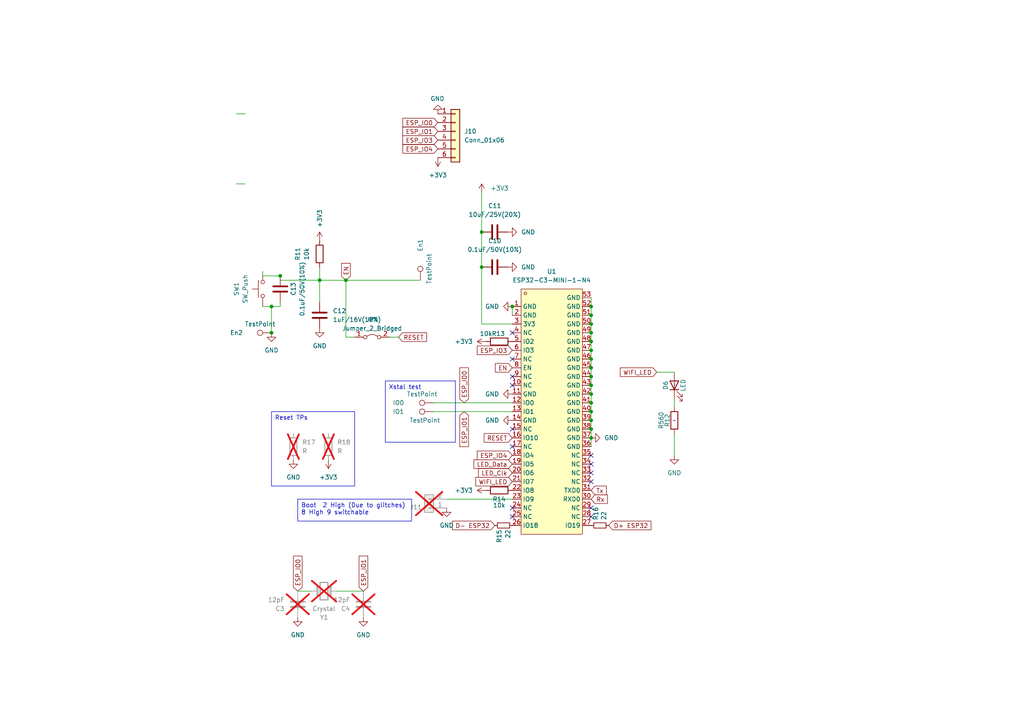
<source format=kicad_sch>
(kicad_sch (version 20231120) (generator "eeschema") (generator_version "8.0")
  (paper "A4")
  (lib_symbols
    (symbol "Connector:TestPoint" (pin_numbers hide) (pin_names (offset 0.762) hide)
      (property "Reference" "TP" (at 0 6.858 0))
      (property "Value" "TestPoint" (at 0 5.08 0))
      (symbol "TestPoint_0_1"
        (circle (center 0 3.302) (radius 0.762))
      )
      (symbol "TestPoint_1_1"
        (pin passive line (at 0 0 90) (length 2.54) (name "1") (number "1"))
      )
    )
    (symbol "Connector_Generic:Conn_01x02" (pin_names (offset 1.016) hide)
      (property "Reference" "J" (at 0 2.54 0))
      (property "Value" "Conn_01x02" (at 0 -5.08 0))
      (symbol "Conn_01x02_1_1"
        (rectangle (start -1.27 -2.413) (end 0 -2.667) (stroke (width 0.1524)))
        (rectangle (start -1.27 0.127) (end 0 -0.127) (stroke (width 0.1524)))
        (rectangle (start -1.27 1.27) (end 1.27 -3.81) (stroke (width 0.254)) (fill (type background)))
        (pin passive line (at -5.08 0 0) (length 3.81) (name "Pin_1") (number "1"))
        (pin passive line (at -5.08 -2.54 0) (length 3.81) (name "Pin_2") (number "2"))
      )
    )
    (symbol "Connector_Generic:Conn_01x06" (pin_names (offset 1.016) hide)
      (property "Reference" "J" (at 0 7.62 0))
      (property "Value" "Conn_01x06" (at 0 -10.16 0))
      (symbol "Conn_01x06_1_1"
        (rectangle (start -1.27 -7.493) (end 0 -7.747) (stroke (width 0.1524)))
        (rectangle (start -1.27 -4.953) (end 0 -5.207) (stroke (width 0.1524)))
        (rectangle (start -1.27 -2.413) (end 0 -2.667) (stroke (width 0.1524)))
        (rectangle (start -1.27 0.127) (end 0 -0.127) (stroke (width 0.1524)))
        (rectangle (start -1.27 2.667) (end 0 2.413) (stroke (width 0.1524)))
        (rectangle (start -1.27 5.207) (end 0 4.953) (stroke (width 0.1524)))
        (rectangle (start -1.27 6.35) (end 1.27 -8.89) (stroke (width 0.254)) (fill (type background)))
        (pin passive line (at -5.08 5.08 0) (length 3.81) (name "Pin_1") (number "1"))
        (pin passive line (at -5.08 2.54 0) (length 3.81) (name "Pin_2") (number "2"))
        (pin passive line (at -5.08 0 0) (length 3.81) (name "Pin_3") (number "3"))
        (pin passive line (at -5.08 -2.54 0) (length 3.81) (name "Pin_4") (number "4"))
        (pin passive line (at -5.08 -5.08 0) (length 3.81) (name "Pin_5") (number "5"))
        (pin passive line (at -5.08 -7.62 0) (length 3.81) (name "Pin_6") (number "6"))
      )
    )
    (symbol "Device:C" (pin_numbers hide) (pin_names (offset 0.254))
      (property "Reference" "C" (at 0.635 2.54 0))
      (property "Value" "C" (at 0.635 -2.54 0))
      (symbol "C_0_1"
        (polyline (pts (xy -2.032 -0.762) (xy 2.032 -0.762)) (stroke (width 0.508)))
        (polyline (pts (xy -2.032 0.762) (xy 2.032 0.762)) (stroke (width 0.508)))
      )
      (symbol "C_1_1"
        (pin passive line (at 0 3.81 270) (length 2.794) (name "~") (number "1"))
        (pin passive line (at 0 -3.81 90) (length 2.794) (name "~") (number "2"))
      )
    )
    (symbol "Device:Crystal" (pin_numbers hide) (pin_names (offset 1.016) hide)
      (property "Reference" "Y" (at 0 3.81 0))
      (property "Value" "Crystal" (at 0 -3.81 0))
      (symbol "Crystal_0_1"
        (rectangle (start -1.143 2.54) (end 1.143 -2.54) (stroke (width 0.3048)))
        (polyline (pts (xy -2.54 0) (xy -1.905 0)))
        (polyline (pts (xy -1.905 -1.27) (xy -1.905 1.27)) (stroke (width 0.508)))
        (polyline (pts (xy 1.905 -1.27) (xy 1.905 1.27)) (stroke (width 0.508)))
        (polyline (pts (xy 2.54 0) (xy 1.905 0)))
      )
      (symbol "Crystal_1_1"
        (pin passive line (at -3.81 0 0) (length 1.27) (name "1") (number "1"))
        (pin passive line (at 3.81 0 180) (length 1.27) (name "2") (number "2"))
      )
    )
    (symbol "Device:LED" (pin_numbers hide) (pin_names (offset 1.016) hide)
      (property "Reference" "D" (at 0 2.54 0))
      (property "Value" "LED" (at 0 -2.54 0))
      (symbol "LED_0_1"
        (polyline (pts (xy -1.27 -1.27) (xy -1.27 1.27)) (stroke (width 0.254)))
        (polyline (pts (xy -1.27 0) (xy 1.27 0)))
        (polyline (pts (xy 1.27 -1.27) (xy 1.27 1.27) (xy -1.27 0) (xy 1.27 -1.27)) (stroke (width 0.254)))
        (polyline (pts (xy -3.048 -0.762) (xy -4.572 -2.286) (xy -3.81 -2.286) (xy -4.572 -2.286) (xy -4.572 -1.524)))
        (polyline (pts (xy -1.778 -0.762) (xy -3.302 -2.286) (xy -2.54 -2.286) (xy -3.302 -2.286) (xy -3.302 -1.524)))
      )
      (symbol "LED_1_1"
        (pin passive line (at -3.81 0 0) (length 2.54) (name "K") (number "1"))
        (pin passive line (at 3.81 0 180) (length 2.54) (name "A") (number "2"))
      )
    )
    (symbol "Device:R" (pin_numbers hide) (pin_names (offset 0))
      (property "Reference" "R" (at 2.032 0 90))
      (property "Value" "R" (at 0 0 90))
      (symbol "R_0_1"
        (rectangle (start -1.016 -2.54) (end 1.016 2.54) (stroke (width 0.254)))
      )
      (symbol "R_1_1"
        (pin passive line (at 0 3.81 270) (length 1.27) (name "~") (number "1"))
        (pin passive line (at 0 -3.81 90) (length 1.27) (name "~") (number "2"))
      )
    )
    (symbol "Device:R_Small" (pin_numbers hide) (pin_names (offset 0.254) hide)
      (property "Reference" "R" (at 0.762 0.508 0))
      (property "Value" "R_Small" (at 0.762 -1.016 0))
      (symbol "R_Small_0_1"
        (rectangle (start -0.762 1.778) (end 0.762 -1.778) (stroke (width 0.2032)))
      )
      (symbol "R_Small_1_1"
        (pin passive line (at 0 2.54 270) (length 0.762) (name "~") (number "1"))
        (pin passive line (at 0 -2.54 90) (length 0.762) (name "~") (number "2"))
      )
    )
    (symbol "Jumper:Jumper_2_Bridged" (pin_names (offset 0) hide)
      (property "Reference" "JP" (at 0 1.905 0))
      (property "Value" "Jumper_2_Bridged" (at 0 -2.54 0))
      (symbol "Jumper_2_Bridged_0_0"
        (circle (center -2.032 0) (radius 0.508))
        (circle (center 2.032 0) (radius 0.508))
      )
      (symbol "Jumper_2_Bridged_0_1"
        (arc (start 1.524 0.254) (mid 0 0.762) (end -1.524 0.254))
      )
      (symbol "Jumper_2_Bridged_1_1"
        (pin passive line (at -5.08 0 0) (length 2.54) (name "A") (number "1"))
        (pin passive line (at 5.08 0 180) (length 2.54) (name "B") (number "2"))
      )
    )
    (symbol "Switch:SW_Push" (pin_numbers hide) (pin_names (offset 1.016) hide)
      (property "Reference" "SW" (at 1.27 2.54 0))
      (property "Value" "SW_Push" (at 0 -1.524 0))
      (symbol "SW_Push_0_1"
        (circle (center -2.032 0) (radius 0.508))
        (polyline (pts (xy 0 1.27) (xy 0 3.048)))
        (polyline (pts (xy 2.54 1.27) (xy -2.54 1.27)))
        (circle (center 2.032 0) (radius 0.508))
        (pin passive line (at -5.08 0 0) (length 2.54) (name "1") (number "1"))
        (pin passive line (at 5.08 0 180) (length 2.54) (name "2") (number "2"))
      )
    )
    (symbol "easyeda2kicad:ESP32-C3-MINI-1-N4"
      (property "Reference" "U" (at 0 38.1 0))
      (property "Value" "ESP32-C3-MINI-1-N4" (at 0 -38.1 0))
      (symbol "ESP32-C3-MINI-1-N4_0_1"
        (rectangle (start -8.89 35.56) (end 8.89 -35.56) (fill (type background)))
        (circle (center -7.62 34.29) (radius 0.38))
        (pin unspecified line (at -11.43 30.48 0) (length 2.54) (name "GND") (number "1"))
        (pin unspecified line (at -11.43 7.62 0) (length 2.54) (name "NC") (number "10"))
        (pin unspecified line (at -11.43 5.08 0) (length 2.54) (name "GND") (number "11"))
        (pin unspecified line (at -11.43 2.54 0) (length 2.54) (name "IO0") (number "12"))
        (pin unspecified line (at -11.43 0 0) (length 2.54) (name "IO1") (number "13"))
        (pin unspecified line (at -11.43 -2.54 0) (length 2.54) (name "GND") (number "14"))
        (pin unspecified line (at -11.43 -5.08 0) (length 2.54) (name "NC") (number "15"))
        (pin unspecified line (at -11.43 -7.62 0) (length 2.54) (name "IO10") (number "16"))
        (pin unspecified line (at -11.43 -10.16 0) (length 2.54) (name "NC") (number "17"))
        (pin unspecified line (at -11.43 -12.7 0) (length 2.54) (name "IO4") (number "18"))
        (pin unspecified line (at -11.43 -15.24 0) (length 2.54) (name "IO5") (number "19"))
        (pin unspecified line (at -11.43 27.94 0) (length 2.54) (name "GND") (number "2"))
        (pin unspecified line (at -11.43 -17.78 0) (length 2.54) (name "IO6") (number "20"))
        (pin unspecified line (at -11.43 -20.32 0) (length 2.54) (name "IO7") (number "21"))
        (pin unspecified line (at -11.43 -22.86 0) (length 2.54) (name "IO8") (number "22"))
        (pin unspecified line (at -11.43 -25.4 0) (length 2.54) (name "IO9") (number "23"))
        (pin unspecified line (at -11.43 -27.94 0) (length 2.54) (name "NC") (number "24"))
        (pin unspecified line (at -11.43 -30.48 0) (length 2.54) (name "NC") (number "25"))
        (pin unspecified line (at -11.43 -33.02 0) (length 2.54) (name "IO18") (number "26"))
        (pin unspecified line (at 11.43 -33.02 180) (length 2.54) (name "IO19") (number "27"))
        (pin unspecified line (at 11.43 -30.48 180) (length 2.54) (name "NC") (number "28"))
        (pin unspecified line (at 11.43 -27.94 180) (length 2.54) (name "NC") (number "29"))
        (pin unspecified line (at -11.43 25.4 0) (length 2.54) (name "3V3") (number "3"))
        (pin unspecified line (at 11.43 -25.4 180) (length 2.54) (name "RXD0") (number "30"))
        (pin unspecified line (at 11.43 -22.86 180) (length 2.54) (name "TXD0") (number "31"))
        (pin unspecified line (at 11.43 -20.32 180) (length 2.54) (name "NC") (number "32"))
        (pin unspecified line (at 11.43 -17.78 180) (length 2.54) (name "NC") (number "33"))
        (pin unspecified line (at 11.43 -15.24 180) (length 2.54) (name "NC") (number "34"))
        (pin unspecified line (at 11.43 -12.7 180) (length 2.54) (name "NC") (number "35"))
        (pin unspecified line (at 11.43 -10.16 180) (length 2.54) (name "GND") (number "36"))
        (pin unspecified line (at 11.43 -7.62 180) (length 2.54) (name "GND") (number "37"))
        (pin unspecified line (at 11.43 -5.08 180) (length 2.54) (name "GND") (number "38"))
        (pin unspecified line (at 11.43 -2.54 180) (length 2.54) (name "GND") (number "39"))
        (pin unspecified line (at -11.43 22.86 0) (length 2.54) (name "NC") (number "4"))
        (pin unspecified line (at 11.43 0 180) (length 2.54) (name "GND") (number "40"))
        (pin unspecified line (at 11.43 2.54 180) (length 2.54) (name "GND") (number "41"))
        (pin unspecified line (at 11.43 5.08 180) (length 2.54) (name "GND") (number "42"))
        (pin unspecified line (at 11.43 7.62 180) (length 2.54) (name "GND") (number "43"))
        (pin unspecified line (at 11.43 10.16 180) (length 2.54) (name "GND") (number "44"))
        (pin unspecified line (at 11.43 12.7 180) (length 2.54) (name "GND") (number "45"))
        (pin unspecified line (at 11.43 15.24 180) (length 2.54) (name "GND") (number "46"))
        (pin unspecified line (at 11.43 17.78 180) (length 2.54) (name "GND") (number "47"))
        (pin unspecified line (at 11.43 20.32 180) (length 2.54) (name "GND") (number "48"))
        (pin unspecified line (at 11.43 22.86 180) (length 2.54) (name "GND") (number "49"))
        (pin unspecified line (at -11.43 20.32 0) (length 2.54) (name "IO2") (number "5"))
        (pin unspecified line (at 11.43 25.4 180) (length 2.54) (name "GND") (number "50"))
        (pin unspecified line (at 11.43 27.94 180) (length 2.54) (name "GND") (number "51"))
        (pin unspecified line (at 11.43 30.48 180) (length 2.54) (name "GND") (number "52"))
        (pin unspecified line (at 11.43 33.02 180) (length 2.54) (name "GND") (number "53"))
        (pin unspecified line (at -11.43 17.78 0) (length 2.54) (name "IO3") (number "6"))
        (pin unspecified line (at -11.43 15.24 0) (length 2.54) (name "NC") (number "7"))
        (pin unspecified line (at -11.43 12.7 0) (length 2.54) (name "EN") (number "8"))
        (pin unspecified line (at -11.43 10.16 0) (length 2.54) (name "NC") (number "9"))
      )
    )
    (symbol "power:+3V3" (power) (pin_names (offset 0))
      (property "Value" "+3V3" (at 0 3.556 0))
      (symbol "+3V3_0_1"
        (polyline (pts (xy -0.762 1.27) (xy 0 2.54)))
        (polyline (pts (xy 0 0) (xy 0 2.54)))
        (polyline (pts (xy 0 2.54) (xy 0.762 1.27)))
      )
      (symbol "+3V3_1_1"
        (pin power_in line (at 0 0 90) (length 0) hide (name "+3V3") (number "1"))
      )
    )
    (symbol "power:GND" (power) (pin_names (offset 0))
      (property "Value" "GND" (at 0 -3.81 0))
      (symbol "GND_0_1"
        (polyline (pts (xy 0 0) (xy 0 -1.27) (xy 1.27 -1.27) (xy 0 -2.54) (xy -1.27 -1.27) (xy 0 -1.27)))
      )
      (symbol "GND_1_1"
        (pin power_in line (at 0 0 270) (length 0) hide (name "GND") (number "1"))
      )
    )
  )
  (junction (at 171.45 124.46))
  (junction (at 81.28 80.01))
  (junction (at 171.45 101.6))
  (junction (at 171.45 111.76))
  (junction (at 78.74 88.9))
  (junction (at 171.45 109.22))
  (junction (at 171.45 116.84))
  (junction (at 171.45 104.14))
  (junction (at 171.45 99.06))
  (junction (at 139.7 67.31))
  (junction (at 171.45 91.44))
  (junction (at 171.45 96.52))
  (junction (at 171.45 121.92))
  (junction (at 171.45 127))
  (junction (at 78.74 96.52))
  (junction (at 148.59 88.9))
  (junction (at 171.45 93.98))
  (junction (at 171.45 106.68))
  (junction (at 171.45 119.38))
  (junction (at 92.71 81.28))
  (junction (at 171.45 114.3))
  (junction (at 171.45 88.9))
  (junction (at 139.7 77.47))
  (junction (at 100.33 81.28))
  (no_connect (at 148.59 149.86))
  (no_connect (at 148.59 124.46))
  (no_connect (at 148.59 96.52))
  (no_connect (at 148.59 104.14))
  (no_connect (at 171.45 137.16))
  (no_connect (at 171.45 147.32))
  (no_connect (at 148.59 109.22))
  (no_connect (at 171.45 132.08))
  (no_connect (at 148.59 111.76))
  (no_connect (at 148.59 129.54))
  (no_connect (at 171.45 149.86))
  (no_connect (at 171.45 139.7))
  (no_connect (at 171.45 134.62))
  (no_connect (at 148.59 147.32))
  (wire (pts (xy 171.45 88.9) (xy 171.45 91.44)))
  (wire (pts (xy 171.45 109.22) (xy 171.45 111.76)))
  (wire (pts (xy 102.87 97.79) (xy 100.33 97.79)))
  (wire (pts (xy 125.73 116.84) (xy 148.59 116.84)))
  (wire (pts (xy 171.45 111.76) (xy 171.45 114.3)))
  (wire (pts (xy 171.45 121.92) (xy 171.45 124.46)))
  (wire (pts (xy 171.45 127) (xy 171.45 129.54)))
  (wire (pts (xy 139.7 55.88) (xy 139.7 67.31)))
  (wire (pts (xy 81.28 87.63) (xy 81.28 88.9)))
  (wire (pts (xy 171.45 104.14) (xy 171.45 106.68)))
  (wire (pts (xy 195.58 125.73) (xy 195.58 132.08)))
  (wire (pts (xy 171.45 116.84) (xy 171.45 119.38)))
  (wire (pts (xy 171.45 124.46) (xy 171.45 127)))
  (wire (pts (xy 129.54 144.78) (xy 148.59 144.78)))
  (wire (pts (xy 68.58 33.02) (xy 71.12 33.02)))
  (wire (pts (xy 92.71 81.28) (xy 100.33 81.28)))
  (wire (pts (xy 76.2 80.01) (xy 76.2 78.74)))
  (wire (pts (xy 76.2 80.01) (xy 81.28 80.01)))
  (wire (pts (xy 113.03 97.79) (xy 115.57 97.79)))
  (wire (pts (xy 171.45 114.3) (xy 171.45 116.84)))
  (wire (pts (xy 171.45 91.44) (xy 171.45 93.98)))
  (wire (pts (xy 139.7 93.98) (xy 148.59 93.98)))
  (wire (pts (xy 78.74 96.52) (xy 78.74 88.9)))
  (wire (pts (xy 81.28 81.28) (xy 81.28 80.01)))
  (wire (pts (xy 139.7 77.47) (xy 139.7 93.98)))
  (wire (pts (xy 171.45 99.06) (xy 171.45 101.6)))
  (wire (pts (xy 100.33 81.28) (xy 121.92 81.28)))
  (wire (pts (xy 171.45 96.52) (xy 171.45 99.06)))
  (wire (pts (xy 81.28 88.9) (xy 78.74 88.9)))
  (wire (pts (xy 100.33 97.79) (xy 100.33 81.28)))
  (wire (pts (xy 90.17 171.45) (xy 86.36 171.45)))
  (wire (pts (xy 171.45 101.6) (xy 171.45 104.14)))
  (wire (pts (xy 171.45 119.38) (xy 171.45 121.92)))
  (wire (pts (xy 92.71 87.63) (xy 92.71 81.28)))
  (wire (pts (xy 148.59 88.9) (xy 148.59 91.44)))
  (wire (pts (xy 92.71 77.47) (xy 92.71 81.28)))
  (wire (pts (xy 195.58 107.95) (xy 190.5 107.95)))
  (wire (pts (xy 105.41 171.45) (xy 97.79 171.45)))
  (wire (pts (xy 78.74 88.9) (xy 76.2 88.9)))
  (wire (pts (xy 195.58 115.57) (xy 195.58 118.11)))
  (wire (pts (xy 171.45 106.68) (xy 171.45 109.22)))
  (wire (pts (xy 171.45 93.98) (xy 171.45 96.52)))
  (wire (pts (xy 71.12 53.34) (xy 68.58 53.34)))
  (wire (pts (xy 139.7 67.31) (xy 139.7 77.47)))
  (wire (pts (xy 81.28 81.28) (xy 92.71 81.28)))
  (wire (pts (xy 125.73 119.38) (xy 148.59 119.38)))
  (wire (pts (xy 171.45 86.36) (xy 171.45 88.9)))
  (text_box "Xstal test" (at 111.76 110.49 0) (size 20.32 17.78) (effects (font (size 1.27 1.27)) (justify left top)))
  (text_box "Reset TPs" (at 78.74 119.38 0) (size 24.13 21.59) (effects (font (size 1.27 1.27)) (justify left top)))
  (text_box "Boot  2 High (Due to glitches) 8 High 9 switchable" (at 86.36 144.78 0) (size 33.02 6.35) (effects (font (size 1.27 1.27)) (justify left top)))
  (global_label "ESP_IO3" (shape input) (at 127 40.64 180) (property "Intersheetrefs" "${INTERSHEET_REFS}" (effects (hide yes))))
  (global_label "ESP_IO1" (shape input) (at 134.62 119.38 270) (property "Intersheetrefs" "${INTERSHEET_REFS}" (effects (hide yes))))
  (global_label "RESET" (shape input) (at 148.59 127 180) (property "Intersheetrefs" "${INTERSHEET_REFS}" (effects (hide yes))))
  (global_label "ESP_IO0" (shape input) (at 134.62 116.84 90) (property "Intersheetrefs" "${INTERSHEET_REFS}" (effects (hide yes))))
  (global_label "Tx" (shape input) (at 171.45 142.24 0) (property "Intersheetrefs" "${INTERSHEET_REFS}" (effects (hide yes))))
  (global_label "ESP_IO1" (shape input) (at 127 38.1 180) (property "Intersheetrefs" "${INTERSHEET_REFS}" (effects (hide yes))))
  (global_label "LED_Clk" (shape input) (at 148.59 137.16 180) (property "Intersheetrefs" "${INTERSHEET_REFS}" (effects (hide yes))))
  (global_label "WIFI_LED" (shape input) (at 190.5 107.95 180) (property "Intersheetrefs" "${INTERSHEET_REFS}" (effects (hide yes))))
  (global_label "D+ ESP32" (shape input) (at 176.53 152.4 0) (property "Intersheetrefs" "${INTERSHEET_REFS}" (effects (hide yes))))
  (global_label "ESP_IO1" (shape input) (at 105.41 171.45 90) (property "Intersheetrefs" "${INTERSHEET_REFS}" (effects (hide yes))))
  (global_label "EN" (shape input) (at 100.33 81.28 90) (property "Intersheetrefs" "${INTERSHEET_REFS}" (effects (hide yes))))
  (global_label "WIFI_LED" (shape input) (at 148.59 139.7 180) (property "Intersheetrefs" "${INTERSHEET_REFS}" (effects (hide yes))))
  (global_label "EN" (shape input) (at 148.59 106.68 180) (property "Intersheetrefs" "${INTERSHEET_REFS}" (effects (hide yes))))
  (global_label "D- ESP32" (shape input) (at 143.51 152.4 180) (property "Intersheetrefs" "${INTERSHEET_REFS}" (effects (hide yes))))
  (global_label "ESP_IO0" (shape input) (at 127 35.56 180) (property "Intersheetrefs" "${INTERSHEET_REFS}" (effects (hide yes))))
  (global_label "ESP_IO0" (shape input) (at 86.36 171.45 90) (property "Intersheetrefs" "${INTERSHEET_REFS}" (effects (hide yes))))
  (global_label "ESP_IO3" (shape input) (at 148.59 101.6 180) (property "Intersheetrefs" "${INTERSHEET_REFS}" (effects (hide yes))))
  (global_label "Rx" (shape input) (at 171.45 144.78 0) (property "Intersheetrefs" "${INTERSHEET_REFS}" (effects (hide yes))))
  (global_label "RESET" (shape input) (at 115.57 97.79 0) (property "Intersheetrefs" "${INTERSHEET_REFS}" (effects (hide yes))))
  (global_label "ESP_IO4" (shape input) (at 127 43.18 180) (property "Intersheetrefs" "${INTERSHEET_REFS}" (effects (hide yes))))
  (global_label "ESP_IO4" (shape input) (at 148.59 132.08 180) (property "Intersheetrefs" "${INTERSHEET_REFS}" (effects (hide yes))))
  (global_label "LED_Data" (shape input) (at 148.59 134.62 180) (property "Intersheetrefs" "${INTERSHEET_REFS}" (effects (hide yes))))
  (symbol (lib_id "power:GND") (at 78.74 96.52 0) (unit 1)
    (property "Reference" "#PWR033" (effects (hide yes)))
    (property "Value" "GND" (at 78.74 101.6 0))
  )
  (symbol (lib_id "Device:C") (at 143.51 77.47 270) (unit 1)
    (property "Reference" "C10" (at 143.51 69.85 90))
    (property "Value" "0.1uF/50V(10%)" (at 143.51 72.39 90))
    (property "Footprint" "Capacitor_SMD:C_0603_1608Metric_Pad1.08x0.95mm_HandSolder" (effects (hide yes)))
    (property "LCSC" "C237171" (effects (hide yes)))
    (property "LCSC Stock" "https://www.lcsc.com/product-detail/Multilayer-Ceramic-Capacitors-MLCC-SMD-SMT_Walsin-Tech-Corp-0603B104J250CT_C237171.html" (effects (hide yes)))
  )
  (symbol (lib_id "power:GND") (at 129.54 147.32 0) (unit 1)
    (property "Reference" "#PWR054" (effects (hide yes)))
    (property "Value" "GND" (at 129.54 152.4 0))
  )
  (symbol (lib_id "easyeda2kicad:ESP32-C3-MINI-1-N4") (at 160.02 119.38 0) (unit 1)
    (property "Reference" "U1" (at 160.02 78.74 0))
    (property "Value" "ESP32-C3-MINI-1-N4" (at 160.02 81.28 0))
    (property "Footprint" "easyeda2kicad:WIFIM-SMD_ESP32-C3-MINI-1" (effects (hide yes)))
    (property "LCSC Part" "C2838502" (effects (hide yes)))
  )
  (symbol (lib_id "Device:R") (at 85.09 129.54 0) (unit 1) (dnp yes)
    (property "Reference" "R17" (at 87.63 128.27 0) (effects (justify left)))
    (property "Value" "R" (at 87.63 130.81 0) (effects (justify left)))
    (property "Footprint" "Resistor_SMD:R_0805_2012Metric" (effects (hide yes)))
  )
  (symbol (lib_id "Device:C") (at 105.41 175.26 180) (unit 1) (in_bom no) (dnp yes)
    (property "Reference" "C4" (at 101.6 176.53 0) (effects (justify left)))
    (property "Value" "12pF" (at 101.6 173.99 0) (effects (justify left)))
    (property "Footprint" "Capacitor_SMD:C_0603_1608Metric_Pad1.08x0.95mm_HandSolder" (effects (hide yes)))
    (property "Farnell" "2768395" (effects (hide yes)))
    (property "Stock" "https://uk.farnell.com/tdk/cga3e2c0g1h040c080aa/cap-4pf-50v-c0g-np0-0603/dp/2768395" (effects (hide yes)))
    (property "LCSC" "C307494" (effects (hide yes)))
  )
  (symbol (lib_id "Device:C") (at 92.71 91.44 0) (unit 1)
    (property "Reference" "C12" (at 96.52 90.17 0) (effects (justify left)))
    (property "Value" "1uF/16V(10%)" (at 96.52 92.71 0) (effects (justify left)))
    (property "Footprint" "Capacitor_SMD:C_0603_1608Metric_Pad1.08x0.95mm_HandSolder" (effects (hide yes)))
    (property "LCSC" "C85862" (effects (hide yes)))
    (property "LCSC Stock" "https://www.lcsc.com/product-detail/Multilayer-Ceramic-Capacitors-MLCC-SMD-SMT_Murata-Electronics-GCM188R71E105KA64D_C85862.html" (effects (hide yes)))
  )
  (symbol (lib_id "power:GND") (at 148.59 88.9 270) (unit 1)
    (property "Reference" "#PWR046" (effects (hide yes)))
    (property "Value" "GND" (at 144.78 88.8999 90) (effects (justify right)))
  )
  (symbol (lib_id "power:GND") (at 147.32 77.47 90) (unit 1)
    (property "Reference" "#PWR051" (effects (hide yes)))
    (property "Value" "GND" (at 151.13 77.47 90) (effects (justify right)))
  )
  (symbol (lib_id "Connector:TestPoint") (at 125.73 119.38 90) (unit 1)
    (property "Reference" "IO1" (at 115.57 119.38 90))
    (property "Value" "TestPoint" (at 123.19 121.92 90))
    (property "Footprint" "TestPoint:TestPoint_Pad_D2.5mm" (effects (hide yes)))
  )
  (symbol (lib_id "power:GND") (at 86.36 179.07 0) (unit 1)
    (property "Reference" "#PWR030" (effects (hide yes)))
    (property "Value" "GND" (at 86.36 184.15 0))
  )
  (symbol (lib_id "power:GND") (at 148.59 114.3 270) (unit 1)
    (property "Reference" "#PWR047" (effects (hide yes)))
    (property "Value" "GND" (at 144.78 114.2999 90) (effects (justify right)))
  )
  (symbol (lib_id "power:+3V3") (at 139.7 55.88 0) (unit 1)
    (property "Reference" "#PWR049" (effects (hide yes)))
    (property "Value" "+3V3" (at 142.24 54.6099 0) (effects (justify left)))
  )
  (symbol (lib_id "power:GND") (at 148.59 121.92 270) (unit 1)
    (property "Reference" "#PWR048" (effects (hide yes)))
    (property "Value" "GND" (at 144.78 121.9199 90) (effects (justify right)))
  )
  (symbol (lib_id "Device:R_Small") (at 173.99 152.4 90) (unit 1)
    (property "Reference" "R16" (at 172.8216 150.9014 0) (effects (justify left)))
    (property "Value" "22" (at 175.133 150.9014 0) (effects (justify left)))
    (property "Footprint" "Resistor_SMD:R_0402_1005Metric_Pad0.72x0.64mm_HandSolder" (effects (hide yes)))
    (property "Farnell" "3495168 " (effects (hide yes)))
    (property "Farnell Price/Stock" "https://uk.farnell.com/yageo/ac0201fr-0722rl/res-22r-1-0-05w-0201-thick-film/dp/3495168" (effects (hide yes)))
    (property "LCSC" "C5139642" (effects (hide yes)))
  )
  (symbol (lib_id "Device:R") (at 144.78 99.06 90) (unit 1)
    (property "Reference" "R13" (at 144.526 96.774 90))
    (property "Value" "10k" (at 140.97 96.774 90))
    (property "Footprint" "Resistor_SMD:R_0402_1005Metric_Pad0.72x0.64mm_HandSolder" (effects (hide yes)))
    (property "LCSC" "C2073569" (effects (hide yes)))
  )
  (symbol (lib_id "power:GND") (at 127 33.02 180) (unit 1)
    (property "Reference" "#PWR055" (effects (hide yes)))
    (property "Value" "GND" (at 126.873 28.6258 0))
  )
  (symbol (lib_id "Connector_Generic:Conn_01x02") (at 124.46 147.32 180) (unit 1) (dnp yes)
    (property "Reference" "J11" (at 122.428 147.1168 0) (effects (justify left)))
    (property "Value" "Boot jumper" (effects (hide yes)))
    (property "Footprint" "Connector_PinSocket_2.54mm:PinSocket_1x02_P2.54mm_Vertical" (effects (hide yes)))
  )
  (symbol (lib_id "power:+3V3") (at 140.97 142.24 90) (unit 1)
    (property "Reference" "#PWR053" (effects (hide yes)))
    (property "Value" "+3V3" (at 137.16 142.24 90) (effects (justify left)))
  )
  (symbol (lib_id "Connector_Generic:Conn_01x06") (at 132.08 38.1 0) (unit 1)
    (property "Reference" "J10" (at 134.62 38.0999 0) (effects (justify left)))
    (property "Value" "Conn_01x06" (at 134.62 40.6399 0) (effects (justify left)))
    (property "Footprint" "Connector_PinSocket_2.54mm:PinSocket_1x06_P2.54mm_Vertical" (effects (hide yes)))
    (property "Description" "Generic connector, single row, 01x06, script generated (kicad-library-utils/schlib/autogen/connector/)" (effects (hide yes)))
  )
  (symbol (lib_id "Device:Crystal") (at 93.98 171.45 180) (unit 1) (in_bom no) (dnp yes)
    (property "Reference" "Y1" (at 93.98 179.07 0))
    (property "Value" "Crystal" (at 93.98 176.53 0))
    (property "Footprint" "Crystal:Crystal_SMD_3215-2Pin_3.2x1.5mm" (effects (hide yes)))
    (property "Farnell" "2101346" (effects (hide yes)))
    (property "Stock" "https://uk.farnell.com/abracon/abs07-32-768khz-9-t/crystal-32-768khz-9pf-smd/dp/2101346" (effects (hide yes)))
    (property "LCSC" "C1985478" (effects (hide yes)))
  )
  (symbol (lib_id "Connector:TestPoint") (at 121.92 81.28 0) (unit 1)
    (property "Reference" "En1" (at 121.92 71.12 90))
    (property "Value" "TestPoint" (at 124.46 77.978 90))
    (property "Footprint" "TestPoint:TestPoint_Pad_D2.5mm" (effects (hide yes)))
  )
  (symbol (lib_id "power:+3V3") (at 127 45.72 180) (unit 1)
    (property "Reference" "#PWR056" (effects (hide yes)))
    (property "Value" "+3V3" (at 127 50.8 0))
  )
  (symbol (lib_id "Connector:TestPoint") (at 78.74 96.52 90) (unit 1)
    (property "Reference" "En2" (at 68.58 96.52 90))
    (property "Value" "TestPoint" (at 75.438 93.98 90))
    (property "Footprint" "TestPoint:TestPoint_Pad_D2.5mm" (effects (hide yes)))
  )
  (symbol (lib_id "power:GND") (at 85.09 133.35 0) (unit 1)
    (property "Reference" "#PWR039" (effects (hide yes)))
    (property "Value" "GND" (at 85.09 138.43 0))
  )
  (symbol (lib_id "power:GND") (at 147.32 67.31 90) (unit 1)
    (property "Reference" "#PWR052" (effects (hide yes)))
    (property "Value" "GND" (at 151.13 67.31 90) (effects (justify right)))
  )
  (symbol (lib_id "power:GND") (at 195.58 132.08 0) (unit 1)
    (property "Reference" "#PWR020" (effects (hide yes)))
    (property "Value" "GND" (at 195.58 137.16 0))
  )
  (symbol (lib_id "Device:R") (at 95.25 129.54 0) (unit 1) (dnp yes)
    (property "Reference" "R18" (at 97.79 128.27 0) (effects (justify left)))
    (property "Value" "R" (at 97.79 130.81 0) (effects (justify left)))
    (property "Footprint" "Resistor_SMD:R_0805_2012Metric" (effects (hide yes)))
  )
  (symbol (lib_id "Connector:TestPoint") (at 125.73 116.84 90) (unit 1)
    (property "Reference" "IO0" (at 115.57 116.84 90))
    (property "Value" "TestPoint" (at 122.428 114.3 90))
    (property "Footprint" "TestPoint:TestPoint_Pad_D2.5mm" (effects (hide yes)))
  )
  (symbol (lib_id "Jumper:Jumper_2_Bridged") (at 107.95 97.79 0) (unit 1)
    (property "Reference" "JP4" (at 107.95 92.71 0))
    (property "Value" "Jumper_2_Bridged" (at 107.95 95.25 0))
    (property "Footprint" "Jumper:SolderJumper-2_P1.3mm_Bridged_RoundedPad1.0x1.5mm" (effects (hide yes)))
  )
  (symbol (lib_id "power:+3V3") (at 95.25 133.35 180) (unit 1)
    (property "Reference" "#PWR040" (effects (hide yes)))
    (property "Value" "+3V3" (at 95.25 138.43 0))
  )
  (symbol (lib_id "power:GND") (at 92.71 95.25 0) (unit 1)
    (property "Reference" "#PWR013" (effects (hide yes)))
    (property "Value" "GND" (at 92.71 100.33 0))
  )
  (symbol (lib_id "Switch:SW_Push") (at 76.2 83.82 90) (unit 1)
    (property "Reference" "SW1" (at 68.58 83.82 0))
    (property "Value" "SW_Push" (at 71.12 83.82 0))
    (property "Footprint" "Button_Switch_SMD:SW_Push_1P1T_NO_6x6mm_H9.5mm" (effects (hide yes)))
    (property "LCSC" "C221772" (effects (hide yes)))
    (property "LCSC Stock" "https://www.lcsc.com/product-detail/Tactile-Switches_C-K-KSEK43GLFS_C221772.html" (effects (hide yes)))
  )
  (symbol (lib_id "Device:R") (at 195.58 121.92 180) (unit 1)
    (property "Reference" "R12" (at 193.548 121.92 90))
    (property "Value" "R560" (at 191.77 121.92 90))
    (property "Footprint" "Resistor_SMD:R_0402_1005Metric_Pad0.72x0.64mm_HandSolder" (effects (hide yes)))
    (property "Datasheet" "~" (at 195.58 121.92 0))
    (property "Farnell" "2502470" (effects (hide yes)))
    (property "Farnell Price/Stock" "https://uk.farnell.com/walsin/wr06x5600ftl/res-560r-1-75v-0603-thick-film/dp/2502470" (effects (hide yes)))
    (property "LCSC" "C20573" (effects (hide yes)))
  )
  (symbol (lib_id "Device:C") (at 81.28 83.82 0) (unit 1)
    (property "Reference" "C13" (at 85.09 83.82 90))
    (property "Value" "0.1uF/50V(10%)" (at 87.63 83.82 90))
    (property "Footprint" "Capacitor_SMD:C_0603_1608Metric_Pad1.08x0.95mm_HandSolder" (effects (hide yes)))
    (property "LCSC" "C237171" (effects (hide yes)))
    (property "LCSC Stock" "https://www.lcsc.com/product-detail/Multilayer-Ceramic-Capacitors-MLCC-SMD-SMT_Walsin-Tech-Corp-0603B104J250CT_C237171.html" (effects (hide yes)))
  )
  (symbol (lib_id "power:+3V3") (at 92.71 69.85 0) (unit 1)
    (property "Reference" "#PWR032" (effects (hide yes)))
    (property "Value" "+3V3" (at 92.71 66.04 90) (effects (justify left)))
  )
  (symbol (lib_id "Device:R") (at 92.71 73.66 0) (unit 1)
    (property "Reference" "R11" (at 86.36 73.66 90))
    (property "Value" "10k" (at 88.9 73.66 90))
    (property "Footprint" "Resistor_SMD:R_0603_1608Metric_Pad0.98x0.95mm_HandSolder" (effects (hide yes)))
    (property "LCSC" "C95204" (effects (hide yes)))
  )
  (symbol (lib_id "power:GND") (at 171.45 127 90) (unit 1)
    (property "Reference" "#PWR045" (effects (hide yes)))
    (property "Value" "GND" (at 175.26 126.9999 90) (effects (justify right)))
  )
  (symbol (lib_id "power:+3V3") (at 140.97 99.06 90) (unit 1)
    (property "Reference" "#PWR050" (effects (hide yes)))
    (property "Value" "+3V3" (at 137.16 99.06 90) (effects (justify left)))
  )
  (symbol (lib_id "Device:R_Small") (at 146.05 152.4 90) (unit 1)
    (property "Reference" "R15" (at 144.78 157.48 0) (effects (justify left)))
    (property "Value" "22" (at 147.32 156.21 0) (effects (justify left)))
    (property "Footprint" "Resistor_SMD:R_0402_1005Metric_Pad0.72x0.64mm_HandSolder" (effects (hide yes)))
    (property "Farnell" "3495168 " (effects (hide yes)))
    (property "Farnell Price/Stock" "https://uk.farnell.com/yageo/ac0201fr-0722rl/res-22r-1-0-05w-0201-thick-film/dp/3495168" (effects (hide yes)))
    (property "LCSC" "C5139642" (effects (hide yes)))
  )
  (symbol (lib_id "Device:LED") (at 195.58 111.76 90) (unit 1)
    (property "Reference" "D6" (at 193.04 111.76 0))
    (property "Value" "LED" (at 198.12 111.76 0))
    (property "Footprint" "LED_SMD:LED_0805_2012Metric_Pad1.15x1.40mm_HandSolder" (effects (hide yes)))
    (property "Datasheet" "~" (at 195.58 111.76 0))
    (property "Farnell" "2322102" (effects (hide yes)))
    (property "Farnell Price/Stock" "https://uk.farnell.com/multicomp-pro/mp008279/led-green-70mcd-576nm-0805/dp/3796308" (effects (hide yes)))
    (property "LCSC" "C601686" (effects (hide yes)))
  )
  (symbol (lib_id "Device:C") (at 143.51 67.31 270) (unit 1)
    (property "Reference" "C11" (at 143.51 59.69 90))
    (property "Value" "10uF/25V(20%)" (at 143.51 62.23 90))
    (property "Footprint" "Capacitor_SMD:C_0603_1608Metric_Pad1.08x0.95mm_HandSolder" (effects (hide yes)))
    (property "LCSC" "C76614" (effects (hide yes)))
  )
  (symbol (lib_id "power:GND") (at 105.41 179.07 0) (unit 1)
    (property "Reference" "#PWR012" (effects (hide yes)))
    (property "Value" "GND" (at 105.41 184.15 0))
  )
  (symbol (lib_id "Device:C") (at 86.36 175.26 180) (unit 1) (in_bom no) (dnp yes)
    (property "Reference" "C3" (at 82.55 176.53 0) (effects (justify left)))
    (property "Value" "12pF" (at 82.55 173.99 0) (effects (justify left)))
    (property "Footprint" "Capacitor_SMD:C_0603_1608Metric_Pad1.08x0.95mm_HandSolder" (effects (hide yes)))
    (property "Farnell" "2768395" (effects (hide yes)))
    (property "Stock" "https://uk.farnell.com/tdk/cga3e2c0g1h040c080aa/cap-4pf-50v-c0g-np0-0603/dp/2768395" (effects (hide yes)))
    (property "LCSC" "C307494" (effects (hide yes)))
  )
  (symbol (lib_id "Device:R") (at 144.78 142.24 90) (unit 1)
    (property "Reference" "R14" (at 144.78 144.78 90))
    (property "Value" "10k" (at 144.78 146.558 90))
    (property "Footprint" "Resistor_SMD:R_0402_1005Metric_Pad0.72x0.64mm_HandSolder" (effects (hide yes)))
    (property "LCSC" "C2073569" (effects (hide yes)))
  )
)
</source>
